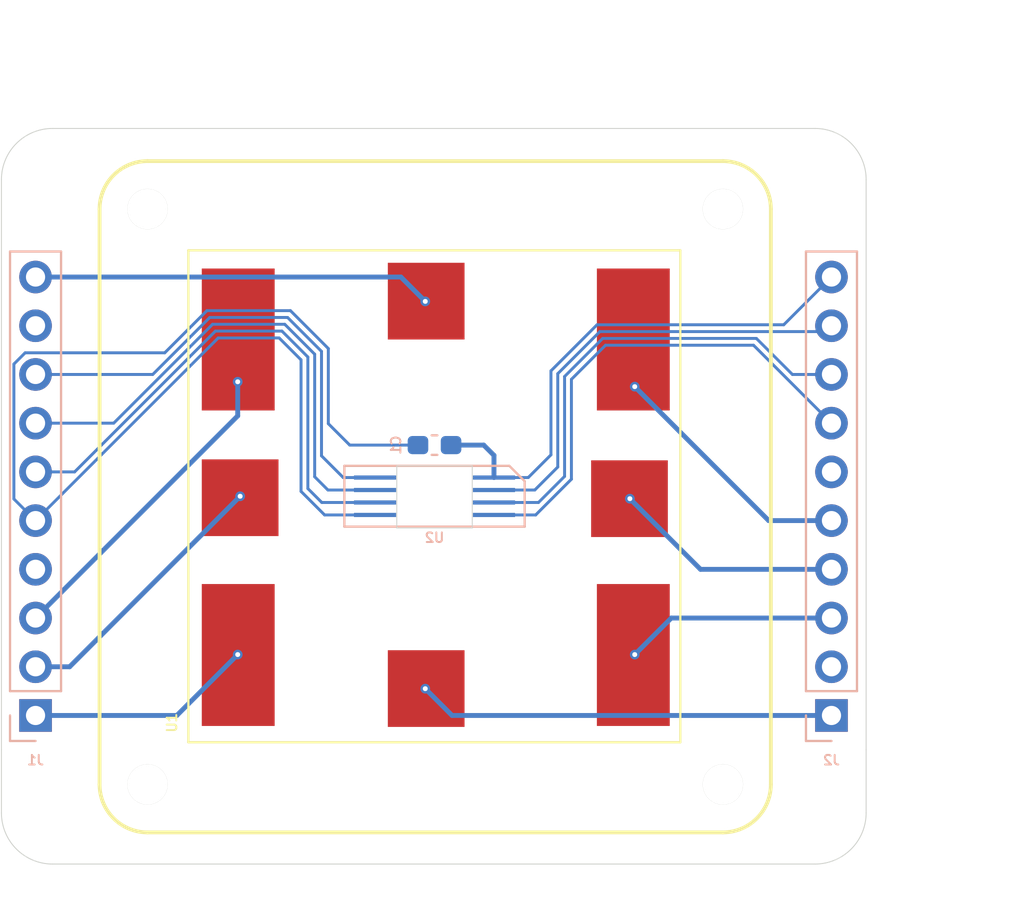
<source format=kicad_pcb>
(kicad_pcb (version 20171130) (host pcbnew "(5.1.10)-1")

  (general
    (thickness 1.6)
    (drawings 35)
    (tracks 89)
    (zones 0)
    (modules 9)
    (nets 21)
  )

  (page A4)
  (title_block
    (title "Perovskite Cell Holder")
    (date 2023-05-11)
    (rev A)
    (company "Aerospace eXperimental Payloads | UNL Aerospace Club")
    (comment 1 "Copyright (c) 2023")
    (comment 2 "Designer: WSA")
    (comment 3 "Reviewer: WSA")
    (comment 4 "Approved: WSA")
  )

  (layers
    (0 F.Cu signal)
    (31 B.Cu signal)
    (32 B.Adhes user)
    (33 F.Adhes user)
    (34 B.Paste user)
    (35 F.Paste user)
    (36 B.SilkS user)
    (37 F.SilkS user)
    (38 B.Mask user)
    (39 F.Mask user)
    (40 Dwgs.User user)
    (41 Cmts.User user)
    (42 Eco1.User user)
    (43 Eco2.User user)
    (44 Edge.Cuts user)
    (45 Margin user)
    (46 B.CrtYd user)
    (47 F.CrtYd user)
    (48 B.Fab user hide)
    (49 F.Fab user hide)
  )

  (setup
    (last_trace_width 0.1524)
    (user_trace_width 0.1524)
    (user_trace_width 0.254)
    (trace_clearance 0.2032)
    (zone_clearance 0.508)
    (zone_45_only no)
    (trace_min 0.1524)
    (via_size 0.508)
    (via_drill 0.254)
    (via_min_size 0.508)
    (via_min_drill 0.254)
    (uvia_size 0.3)
    (uvia_drill 0.1)
    (uvias_allowed no)
    (uvia_min_size 0.2)
    (uvia_min_drill 0.1)
    (edge_width 0.05)
    (segment_width 0.2)
    (pcb_text_width 0.3)
    (pcb_text_size 1.5 1.5)
    (mod_edge_width 0.1)
    (mod_text_size 0.5 0.5)
    (mod_text_width 0.1)
    (pad_size 1.524 1.524)
    (pad_drill 0.762)
    (pad_to_mask_clearance 0)
    (aux_axis_origin 0 0)
    (visible_elements 7FFFFFFF)
    (pcbplotparams
      (layerselection 0x011fc_ffffffff)
      (usegerberextensions false)
      (usegerberattributes true)
      (usegerberadvancedattributes true)
      (creategerberjobfile true)
      (excludeedgelayer true)
      (linewidth 0.100000)
      (plotframeref true)
      (viasonmask false)
      (mode 1)
      (useauxorigin false)
      (hpglpennumber 1)
      (hpglpenspeed 20)
      (hpglpendiameter 15.000000)
      (psnegative false)
      (psa4output false)
      (plotreference true)
      (plotvalue false)
      (plotinvisibletext false)
      (padsonsilk false)
      (subtractmaskfromsilk false)
      (outputformat 4)
      (mirror false)
      (drillshape 0)
      (scaleselection 1)
      (outputdirectory "Renders/"))
  )

  (net 0 "")
  (net 1 "Net-(J1-Pad9)")
  (net 2 "Net-(J1-Pad4)")
  (net 3 "Net-(J2-Pad6)")
  (net 4 "Net-(J2-Pad2)")
  (net 5 GND)
  (net 6 +3V3)
  (net 7 COMMON_2)
  (net 8 SDA)
  (net 9 SCL)
  (net 10 ALERT)
  (net 11 CELL_3)
  (net 12 CELL_2)
  (net 13 CELL_1)
  (net 14 A0)
  (net 15 A1)
  (net 16 A2)
  (net 17 CELL_4)
  (net 18 CELL_5)
  (net 19 CELL_6)
  (net 20 COMMON_1)

  (net_class Default "This is the default net class."
    (clearance 0.2032)
    (trace_width 0.1524)
    (via_dia 0.508)
    (via_drill 0.254)
    (uvia_dia 0.3)
    (uvia_drill 0.1)
    (add_net +3V3)
    (add_net A0)
    (add_net A1)
    (add_net A2)
    (add_net ALERT)
    (add_net CELL_1)
    (add_net CELL_2)
    (add_net CELL_3)
    (add_net CELL_4)
    (add_net CELL_5)
    (add_net CELL_6)
    (add_net COMMON_1)
    (add_net COMMON_2)
    (add_net GND)
    (add_net "Net-(J1-Pad4)")
    (add_net "Net-(J1-Pad9)")
    (add_net "Net-(J2-Pad2)")
    (add_net "Net-(J2-Pad6)")
    (add_net SCL)
    (add_net SDA)
  )

  (module MountingHole:MountingHole_2.1mm (layer F.Cu) (tedit 5B924765) (tstamp 645C6EBC)
    (at 170.205004 82.816 90)
    (descr "Mounting Hole 2.1mm, no annular")
    (tags "mounting hole 2.1mm no annular")
    (attr virtual)
    (fp_text reference REF** (at 0 -3.2 90) (layer F.SilkS) hide
      (effects (font (size 1 1) (thickness 0.15)))
    )
    (fp_text value MountingHole_2.1mm (at 0 3.2 90) (layer F.Fab)
      (effects (font (size 1 1) (thickness 0.15)))
    )
    (fp_circle (center 0 0) (end 2.35 0) (layer F.CrtYd) (width 0.05))
    (fp_circle (center 0 0) (end 2.1 0) (layer Cmts.User) (width 0.15))
    (fp_text user %R (at 0.3 0 90) (layer F.Fab)
      (effects (font (size 1 1) (thickness 0.15)))
    )
    (pad "" np_thru_hole circle (at 0 0 90) (size 2.1 2.1) (drill 2.1) (layers *.Cu *.Mask))
  )

  (module MountingHole:MountingHole_2.1mm (layer F.Cu) (tedit 5B924765) (tstamp 645C6E7C)
    (at 140.205004 82.816 90)
    (descr "Mounting Hole 2.1mm, no annular")
    (tags "mounting hole 2.1mm no annular")
    (attr virtual)
    (fp_text reference REF** (at 0 -3.2 90) (layer F.SilkS) hide
      (effects (font (size 1 1) (thickness 0.15)))
    )
    (fp_text value MountingHole_2.1mm (at 0 3.2 90) (layer F.Fab)
      (effects (font (size 1 1) (thickness 0.15)))
    )
    (fp_circle (center 0 0) (end 2.35 0) (layer F.CrtYd) (width 0.05))
    (fp_circle (center 0 0) (end 2.1 0) (layer Cmts.User) (width 0.15))
    (fp_text user %R (at 0.3 0 90) (layer F.Fab)
      (effects (font (size 1 1) (thickness 0.15)))
    )
    (pad "" np_thru_hole circle (at 0 0 90) (size 2.1 2.1) (drill 2.1) (layers *.Cu *.Mask))
  )

  (module MountingHole:MountingHole_2.1mm (layer F.Cu) (tedit 5B924765) (tstamp 645C6E25)
    (at 170.205004 112.816 90)
    (descr "Mounting Hole 2.1mm, no annular")
    (tags "mounting hole 2.1mm no annular")
    (attr virtual)
    (fp_text reference REF** (at 0 -3.2 90) (layer F.SilkS) hide
      (effects (font (size 1 1) (thickness 0.15)))
    )
    (fp_text value MountingHole_2.1mm (at 0 3.2 90) (layer F.Fab)
      (effects (font (size 1 1) (thickness 0.15)))
    )
    (fp_circle (center 0 0) (end 2.35 0) (layer F.CrtYd) (width 0.05))
    (fp_circle (center 0 0) (end 2.1 0) (layer Cmts.User) (width 0.15))
    (fp_text user %R (at 0.3 0 90) (layer F.Fab)
      (effects (font (size 1 1) (thickness 0.15)))
    )
    (pad "" np_thru_hole circle (at 0 0 90) (size 2.1 2.1) (drill 2.1) (layers *.Cu *.Mask))
  )

  (module MountingHole:MountingHole_2.1mm (layer F.Cu) (tedit 5B924765) (tstamp 645C6DB0)
    (at 140.205004 112.816 90)
    (descr "Mounting Hole 2.1mm, no annular")
    (tags "mounting hole 2.1mm no annular")
    (attr virtual)
    (fp_text reference REF** (at 0 -3.2 90) (layer F.SilkS) hide
      (effects (font (size 1 1) (thickness 0.15)))
    )
    (fp_text value MountingHole_2.1mm (at 0 3.2 90) (layer F.Fab)
      (effects (font (size 1 1) (thickness 0.15)))
    )
    (fp_circle (center 0 0) (end 2.35 0) (layer F.CrtYd) (width 0.05))
    (fp_circle (center 0 0) (end 2.1 0) (layer Cmts.User) (width 0.15))
    (fp_text user %R (at 0.3 0 90) (layer F.Fab)
      (effects (font (size 1 1) (thickness 0.15)))
    )
    (pad "" np_thru_hole circle (at 0 0 90) (size 2.1 2.1) (drill 2.1) (layers *.Cu *.Mask))
  )

  (module Perovskite:Perovskite (layer F.Cu) (tedit 644D0E2C) (tstamp 644CED2C)
    (at 142.334 110.617 90)
    (path /644C9095)
    (fp_text reference U1 (at 1.016 -0.856 90) (layer F.SilkS)
      (effects (font (size 0.5 0.5) (thickness 0.1)))
    )
    (fp_text value Perovskite_CP_6_Cell (at 0 -0.5 90) (layer F.Fab)
      (effects (font (size 1 1) (thickness 0.15)))
    )
    (fp_line (start 0 25.65) (end 25.65 0) (layer Dwgs.User) (width 0.12))
    (fp_line (start 0 0) (end 25.65 25.65) (layer Dwgs.User) (width 0.12))
    (fp_line (start 0 0) (end 0 25.65) (layer F.SilkS) (width 0.12))
    (fp_line (start 25.65 0) (end 25.65 25.65) (layer F.SilkS) (width 0.12))
    (fp_line (start 0 25.65) (end 25.65 25.65) (layer F.SilkS) (width 0.12))
    (fp_line (start 0 0) (end 25.65 0) (layer F.SilkS) (width 0.12))
    (pad 8 smd rect (at 23 12.4 90) (size 4 4) (layers F.Cu F.Paste F.Mask)
      (net 7 COMMON_2))
    (pad 7 smd rect (at 2.8 12.4 90) (size 4 4) (layers F.Cu F.Paste F.Mask)
      (net 20 COMMON_1))
    (pad 5 smd rect (at 12.7 23 90) (size 4 4) (layers F.Cu F.Paste F.Mask)
      (net 18 CELL_5))
    (pad 2 smd rect (at 12.75 2.7 90) (size 4 4) (layers F.Cu F.Paste F.Mask)
      (net 12 CELL_2))
    (pad 6 smd rect (at 4.55 23.2 90) (size 7.4 3.8) (layers F.Cu F.Paste F.Mask)
      (net 19 CELL_6))
    (pad 4 smd rect (at 21 23.2 90) (size 7.4 3.8) (layers F.Cu F.Paste F.Mask)
      (net 17 CELL_4))
    (pad 3 smd rect (at 21 2.6 90) (size 7.4 3.8) (layers F.Cu F.Paste F.Mask)
      (net 11 CELL_3))
    (pad 1 smd rect (at 4.55 2.6 90) (size 7.4 3.8) (layers F.Cu F.Paste F.Mask)
      (net 13 CELL_1))
  )

  (module Capacitor_SMD:C_0603_1608Metric_Pad1.08x0.95mm_HandSolder (layer B.Cu) (tedit 5F68FEEF) (tstamp 644D0B92)
    (at 155.1686 95.123 180)
    (descr "Capacitor SMD 0603 (1608 Metric), square (rectangular) end terminal, IPC_7351 nominal with elongated pad for handsoldering. (Body size source: IPC-SM-782 page 76, https://www.pcb-3d.com/wordpress/wp-content/uploads/ipc-sm-782a_amendment_1_and_2.pdf), generated with kicad-footprint-generator")
    (tags "capacitor handsolder")
    (path /644D8A24)
    (attr smd)
    (fp_text reference C1 (at 2.0066 0 270) (layer B.SilkS)
      (effects (font (size 0.5 0.5) (thickness 0.1)) (justify mirror))
    )
    (fp_text value 0.1u (at 0 -1.43) (layer B.Fab)
      (effects (font (size 1 1) (thickness 0.15)) (justify mirror))
    )
    (fp_line (start 1.65 -0.73) (end -1.65 -0.73) (layer B.CrtYd) (width 0.05))
    (fp_line (start 1.65 0.73) (end 1.65 -0.73) (layer B.CrtYd) (width 0.05))
    (fp_line (start -1.65 0.73) (end 1.65 0.73) (layer B.CrtYd) (width 0.05))
    (fp_line (start -1.65 -0.73) (end -1.65 0.73) (layer B.CrtYd) (width 0.05))
    (fp_line (start -0.146267 -0.51) (end 0.146267 -0.51) (layer B.SilkS) (width 0.12))
    (fp_line (start -0.146267 0.51) (end 0.146267 0.51) (layer B.SilkS) (width 0.12))
    (fp_line (start 0.8 -0.4) (end -0.8 -0.4) (layer B.Fab) (width 0.1))
    (fp_line (start 0.8 0.4) (end 0.8 -0.4) (layer B.Fab) (width 0.1))
    (fp_line (start -0.8 0.4) (end 0.8 0.4) (layer B.Fab) (width 0.1))
    (fp_line (start -0.8 -0.4) (end -0.8 0.4) (layer B.Fab) (width 0.1))
    (fp_text user %R (at 0 0) (layer B.Fab)
      (effects (font (size 0.4 0.4) (thickness 0.06)) (justify mirror))
    )
    (pad 2 smd roundrect (at 0.8625 0 180) (size 1.075 0.95) (layers B.Cu B.Paste B.Mask) (roundrect_rratio 0.25)
      (net 5 GND))
    (pad 1 smd roundrect (at -0.8625 0 180) (size 1.075 0.95) (layers B.Cu B.Paste B.Mask) (roundrect_rratio 0.25)
      (net 6 +3V3))
    (model ${KISYS3DMOD}/Capacitor_SMD.3dshapes/C_0603_1608Metric.wrl
      (at (xyz 0 0 0))
      (scale (xyz 1 1 1))
      (rotate (xyz 0 0 0))
    )
  )

  (module Connector_PinHeader_2.54mm:PinHeader_1x10_P2.54mm_Vertical (layer B.Cu) (tedit 59FED5CC) (tstamp 644CF0D5)
    (at 175.866 109.22)
    (descr "Through hole straight pin header, 1x10, 2.54mm pitch, single row")
    (tags "Through hole pin header THT 1x10 2.54mm single row")
    (path /644CEC70)
    (fp_text reference J2 (at 0 2.33 180) (layer B.SilkS)
      (effects (font (size 0.5 0.5) (thickness 0.1)) (justify mirror))
    )
    (fp_text value Conn_01x10_Male (at 0 -25.19 180) (layer B.Fab)
      (effects (font (size 1 1) (thickness 0.15)) (justify mirror))
    )
    (fp_line (start 1.8 1.8) (end -1.8 1.8) (layer B.CrtYd) (width 0.05))
    (fp_line (start 1.8 -24.65) (end 1.8 1.8) (layer B.CrtYd) (width 0.05))
    (fp_line (start -1.8 -24.65) (end 1.8 -24.65) (layer B.CrtYd) (width 0.05))
    (fp_line (start -1.8 1.8) (end -1.8 -24.65) (layer B.CrtYd) (width 0.05))
    (fp_line (start -1.33 1.33) (end 0 1.33) (layer B.SilkS) (width 0.12))
    (fp_line (start -1.33 0) (end -1.33 1.33) (layer B.SilkS) (width 0.12))
    (fp_line (start -1.33 -1.27) (end 1.33 -1.27) (layer B.SilkS) (width 0.12))
    (fp_line (start 1.33 -1.27) (end 1.33 -24.19) (layer B.SilkS) (width 0.12))
    (fp_line (start -1.33 -1.27) (end -1.33 -24.19) (layer B.SilkS) (width 0.12))
    (fp_line (start -1.33 -24.19) (end 1.33 -24.19) (layer B.SilkS) (width 0.12))
    (fp_line (start -1.27 0.635) (end -0.635 1.27) (layer B.Fab) (width 0.1))
    (fp_line (start -1.27 -24.13) (end -1.27 0.635) (layer B.Fab) (width 0.1))
    (fp_line (start 1.27 -24.13) (end -1.27 -24.13) (layer B.Fab) (width 0.1))
    (fp_line (start 1.27 1.27) (end 1.27 -24.13) (layer B.Fab) (width 0.1))
    (fp_line (start -0.635 1.27) (end 1.27 1.27) (layer B.Fab) (width 0.1))
    (fp_text user %R (at 0 -11.43 -270) (layer B.Fab)
      (effects (font (size 1 1) (thickness 0.15)) (justify mirror))
    )
    (pad 10 thru_hole oval (at 0 -22.86) (size 1.7 1.7) (drill 1) (layers *.Cu *.Mask)
      (net 6 +3V3))
    (pad 9 thru_hole oval (at 0 -20.32) (size 1.7 1.7) (drill 1) (layers *.Cu *.Mask)
      (net 14 A0))
    (pad 8 thru_hole oval (at 0 -17.78) (size 1.7 1.7) (drill 1) (layers *.Cu *.Mask)
      (net 15 A1))
    (pad 7 thru_hole oval (at 0 -15.24) (size 1.7 1.7) (drill 1) (layers *.Cu *.Mask)
      (net 16 A2))
    (pad 6 thru_hole oval (at 0 -12.7) (size 1.7 1.7) (drill 1) (layers *.Cu *.Mask)
      (net 3 "Net-(J2-Pad6)"))
    (pad 5 thru_hole oval (at 0 -10.16) (size 1.7 1.7) (drill 1) (layers *.Cu *.Mask)
      (net 17 CELL_4))
    (pad 4 thru_hole oval (at 0 -7.62) (size 1.7 1.7) (drill 1) (layers *.Cu *.Mask)
      (net 18 CELL_5))
    (pad 3 thru_hole oval (at 0 -5.08) (size 1.7 1.7) (drill 1) (layers *.Cu *.Mask)
      (net 19 CELL_6))
    (pad 2 thru_hole oval (at 0 -2.54) (size 1.7 1.7) (drill 1) (layers *.Cu *.Mask)
      (net 4 "Net-(J2-Pad2)"))
    (pad 1 thru_hole rect (at 0 0) (size 1.7 1.7) (drill 1) (layers *.Cu *.Mask)
      (net 20 COMMON_1))
    (model ${KISYS3DMOD}/Connector_PinHeader_2.54mm.3dshapes/PinHeader_1x10_P2.54mm_Vertical.wrl
      (at (xyz 0 0 0))
      (scale (xyz 1 1 1))
      (rotate (xyz 0 0 0))
    )
  )

  (module Connector_PinHeader_2.54mm:PinHeader_1x10_P2.54mm_Vertical (layer B.Cu) (tedit 59FED5CC) (tstamp 644D0790)
    (at 134.366 109.22)
    (descr "Through hole straight pin header, 1x10, 2.54mm pitch, single row")
    (tags "Through hole pin header THT 1x10 2.54mm single row")
    (path /644CE009)
    (fp_text reference J1 (at 0 2.33 180) (layer B.SilkS)
      (effects (font (size 0.5 0.5) (thickness 0.1)) (justify mirror))
    )
    (fp_text value Conn_01x10_Male (at 0 -25.19 180) (layer B.Fab)
      (effects (font (size 1 1) (thickness 0.15)) (justify mirror))
    )
    (fp_line (start 1.8 1.8) (end -1.8 1.8) (layer B.CrtYd) (width 0.05))
    (fp_line (start 1.8 -24.65) (end 1.8 1.8) (layer B.CrtYd) (width 0.05))
    (fp_line (start -1.8 -24.65) (end 1.8 -24.65) (layer B.CrtYd) (width 0.05))
    (fp_line (start -1.8 1.8) (end -1.8 -24.65) (layer B.CrtYd) (width 0.05))
    (fp_line (start -1.33 1.33) (end 0 1.33) (layer B.SilkS) (width 0.12))
    (fp_line (start -1.33 0) (end -1.33 1.33) (layer B.SilkS) (width 0.12))
    (fp_line (start -1.33 -1.27) (end 1.33 -1.27) (layer B.SilkS) (width 0.12))
    (fp_line (start 1.33 -1.27) (end 1.33 -24.19) (layer B.SilkS) (width 0.12))
    (fp_line (start -1.33 -1.27) (end -1.33 -24.19) (layer B.SilkS) (width 0.12))
    (fp_line (start -1.33 -24.19) (end 1.33 -24.19) (layer B.SilkS) (width 0.12))
    (fp_line (start -1.27 0.635) (end -0.635 1.27) (layer B.Fab) (width 0.1))
    (fp_line (start -1.27 -24.13) (end -1.27 0.635) (layer B.Fab) (width 0.1))
    (fp_line (start 1.27 -24.13) (end -1.27 -24.13) (layer B.Fab) (width 0.1))
    (fp_line (start 1.27 1.27) (end 1.27 -24.13) (layer B.Fab) (width 0.1))
    (fp_line (start -0.635 1.27) (end 1.27 1.27) (layer B.Fab) (width 0.1))
    (fp_text user %R (at 0 -11.43 -270) (layer B.Fab)
      (effects (font (size 1 1) (thickness 0.15)) (justify mirror))
    )
    (pad 10 thru_hole oval (at 0 -22.86) (size 1.7 1.7) (drill 1) (layers *.Cu *.Mask)
      (net 7 COMMON_2))
    (pad 9 thru_hole oval (at 0 -20.32) (size 1.7 1.7) (drill 1) (layers *.Cu *.Mask)
      (net 1 "Net-(J1-Pad9)"))
    (pad 8 thru_hole oval (at 0 -17.78) (size 1.7 1.7) (drill 1) (layers *.Cu *.Mask)
      (net 8 SDA))
    (pad 7 thru_hole oval (at 0 -15.24) (size 1.7 1.7) (drill 1) (layers *.Cu *.Mask)
      (net 9 SCL))
    (pad 6 thru_hole oval (at 0 -12.7) (size 1.7 1.7) (drill 1) (layers *.Cu *.Mask)
      (net 10 ALERT))
    (pad 5 thru_hole oval (at 0 -10.16) (size 1.7 1.7) (drill 1) (layers *.Cu *.Mask)
      (net 5 GND))
    (pad 4 thru_hole oval (at 0 -7.62) (size 1.7 1.7) (drill 1) (layers *.Cu *.Mask)
      (net 2 "Net-(J1-Pad4)"))
    (pad 3 thru_hole oval (at 0 -5.08) (size 1.7 1.7) (drill 1) (layers *.Cu *.Mask)
      (net 11 CELL_3))
    (pad 2 thru_hole oval (at 0 -2.54) (size 1.7 1.7) (drill 1) (layers *.Cu *.Mask)
      (net 12 CELL_2))
    (pad 1 thru_hole rect (at 0 0) (size 1.7 1.7) (drill 1) (layers *.Cu *.Mask)
      (net 13 CELL_1))
    (model ${KISYS3DMOD}/Connector_PinHeader_2.54mm.3dshapes/PinHeader_1x10_P2.54mm_Vertical.wrl
      (at (xyz 0 0 0))
      (scale (xyz 1 1 1))
      (rotate (xyz 0 0 0))
    )
  )

  (module MCP9804_Custom:MCP9804_With_Hole (layer B.Cu) (tedit 636C7334) (tstamp 644CED45)
    (at 155.1686 97.79 180)
    (path /644CC35C)
    (attr smd)
    (fp_text reference U2 (at 0 -2.159) (layer B.SilkS)
      (effects (font (size 0.5 0.5) (thickness 0.1)) (justify mirror))
    )
    (fp_text value MCP9808_MSOP (at 0 3.81) (layer B.Fab)
      (effects (font (size 1 1) (thickness 0.15)) (justify mirror))
    )
    (fp_line (start 2 1.6) (end 2 -1.6) (layer Eco1.User) (width 0.12))
    (fp_line (start -2 -1.6) (end 2 -1.6) (layer Eco1.User) (width 0.12))
    (fp_line (start -2 1.6) (end -2 -1.6) (layer Eco1.User) (width 0.12))
    (fp_line (start -2 1.6) (end 2 1.6) (layer Eco1.User) (width 0.12))
    (fp_line (start -4.45 1.34) (end 4.45 1.34) (layer B.CrtYd) (width 0.05))
    (fp_line (start -4.45 -1.34) (end -4.45 1.34) (layer B.CrtYd) (width 0.05))
    (fp_line (start 4.45 -1.34) (end -4.45 -1.34) (layer B.CrtYd) (width 0.05))
    (fp_line (start 4.45 1.34) (end 4.45 -1.34) (layer B.CrtYd) (width 0.05))
    (fp_line (start -4.7 -1.585) (end -4.7 0.785) (layer B.SilkS) (width 0.12))
    (fp_line (start 4.7 -1.585) (end -4.7 -1.585) (layer B.SilkS) (width 0.12))
    (fp_line (start 4.7 1.585) (end 4.7 -1.585) (layer B.SilkS) (width 0.12))
    (fp_line (start -3.9 1.585) (end 4.7 1.585) (layer B.SilkS) (width 0.12))
    (fp_line (start -4.7 0.785) (end -3.9 1.585) (layer B.SilkS) (width 0.12))
    (pad 5 smd rect (at -3.1 -0.975 270) (size 0.22 2.2) (layers B.Cu B.Paste B.Mask)
      (net 16 A2))
    (pad 4 smd rect (at 3.1 -0.975 270) (size 0.22 2.2) (layers B.Cu B.Paste B.Mask)
      (net 5 GND))
    (pad 6 smd rect (at -3.1 -0.325 270) (size 0.22 2.2) (layers B.Cu B.Paste B.Mask)
      (net 15 A1))
    (pad 3 smd rect (at 3.1 -0.325 270) (size 0.22 2.2) (layers B.Cu B.Paste B.Mask)
      (net 10 ALERT))
    (pad 7 smd rect (at -3.1 0.325 270) (size 0.22 2.2) (layers B.Cu B.Paste B.Mask)
      (net 14 A0))
    (pad 2 smd rect (at 3.1 0.325 270) (size 0.22 2.2) (layers B.Cu B.Paste B.Mask)
      (net 9 SCL))
    (pad 8 smd rect (at -3.1 0.975 270) (size 0.22 2.2) (layers B.Cu B.Paste B.Mask)
      (net 6 +3V3))
    (pad 1 smd rect (at 3.1 0.975 270) (size 0.22 2.2) (layers B.Cu B.Paste B.Mask)
      (net 8 SDA))
  )

  (dimension 7.747001 (width 0.15) (layer Dwgs.User)
    (gr_text "7.747 mm" (at 182.247892 113.090535 270.0266251) (layer Dwgs.User)
      (effects (font (size 1 1) (thickness 0.15)))
    )
    (feature1 (pts (xy 175.8696 116.967) (xy 181.536113 116.964367)))
    (feature2 (pts (xy 175.866 109.22) (xy 181.532513 109.217367)))
    (crossbar (pts (xy 180.946092 109.217639) (xy 180.949692 116.964639)))
    (arrow1a (pts (xy 180.949692 116.964639) (xy 180.362748 115.838408)))
    (arrow1b (pts (xy 180.949692 116.964639) (xy 181.535589 115.837863)))
    (arrow2a (pts (xy 180.946092 109.217639) (xy 180.360195 110.344415)))
    (arrow2b (pts (xy 180.946092 109.217639) (xy 181.533036 110.34387)))
  )
  (dimension 45.085 (width 0.15) (layer Dwgs.User)
    (gr_text "45.085 mm" (at 155.1305 72.614) (layer Dwgs.User)
      (effects (font (size 1 1) (thickness 0.15)))
    )
    (feature1 (pts (xy 132.588 81.28) (xy 132.588 73.327579)))
    (feature2 (pts (xy 177.673 81.28) (xy 177.673 73.327579)))
    (crossbar (pts (xy 177.673 73.914) (xy 132.588 73.914)))
    (arrow1a (pts (xy 132.588 73.914) (xy 133.714504 73.327579)))
    (arrow1b (pts (xy 132.588 73.914) (xy 133.714504 74.500421)))
    (arrow2a (pts (xy 177.673 73.914) (xy 176.546496 73.327579)))
    (arrow2b (pts (xy 177.673 73.914) (xy 176.546496 74.500421)))
  )
  (dimension 38.354 (width 0.15) (layer Dwgs.User)
    (gr_text "38.354 mm" (at 180.497 97.79 270) (layer Dwgs.User)
      (effects (font (size 1 1) (thickness 0.15)))
    )
    (feature1 (pts (xy 175.006 116.967) (xy 179.783421 116.967)))
    (feature2 (pts (xy 175.006 78.613) (xy 179.783421 78.613)))
    (crossbar (pts (xy 179.197 78.613) (xy 179.197 116.967)))
    (arrow1a (pts (xy 179.197 116.967) (xy 178.610579 115.840496)))
    (arrow1b (pts (xy 179.197 116.967) (xy 179.783421 115.840496)))
    (arrow2a (pts (xy 179.197 78.613) (xy 178.610579 79.739504)))
    (arrow2b (pts (xy 179.197 78.613) (xy 179.783421 79.739504)))
  )
  (dimension 30 (width 0.15) (layer Dwgs.User)
    (gr_text "30.000 mm" (at 155.205004 75.408) (layer Dwgs.User)
      (effects (font (size 1 1) (thickness 0.15)))
    )
    (feature1 (pts (xy 170.205004 82.816) (xy 170.205004 76.121579)))
    (feature2 (pts (xy 140.205004 82.816) (xy 140.205004 76.121579)))
    (crossbar (pts (xy 140.205004 76.708) (xy 170.205004 76.708)))
    (arrow1a (pts (xy 170.205004 76.708) (xy 169.0785 77.294421)))
    (arrow1b (pts (xy 170.205004 76.708) (xy 169.0785 76.121579)))
    (arrow2a (pts (xy 140.205004 76.708) (xy 141.331508 77.294421)))
    (arrow2b (pts (xy 140.205004 76.708) (xy 141.331508 76.121579)))
  )
  (dimension 41.5 (width 0.15) (layer Dwgs.User)
    (gr_text "41.500 mm" (at 155.116 119.918) (layer Dwgs.User)
      (effects (font (size 1 1) (thickness 0.15)))
    )
    (feature1 (pts (xy 175.866 109.22) (xy 175.866 119.204421)))
    (feature2 (pts (xy 134.366 109.22) (xy 134.366 119.204421)))
    (crossbar (pts (xy 134.366 118.618) (xy 175.866 118.618)))
    (arrow1a (pts (xy 175.866 118.618) (xy 174.739496 119.204421)))
    (arrow1b (pts (xy 175.866 118.618) (xy 174.739496 118.031579)))
    (arrow2a (pts (xy 134.366 118.618) (xy 135.492504 119.204421)))
    (arrow2b (pts (xy 134.366 118.618) (xy 135.492504 118.031579)))
  )
  (gr_arc (start 175.006 114.3) (end 175.006 116.967) (angle -90) (layer Edge.Cuts) (width 0.05) (tstamp 644D1299))
  (gr_arc (start 175.006 81.28) (end 177.673 81.28) (angle -90) (layer Edge.Cuts) (width 0.05) (tstamp 644D1299))
  (gr_arc (start 135.255 81.28) (end 135.255 78.613) (angle -90) (layer Edge.Cuts) (width 0.05) (tstamp 644D1299))
  (gr_arc (start 135.255 114.3) (end 132.588 114.3) (angle -90) (layer Edge.Cuts) (width 0.05))
  (gr_line (start 135.255 116.967) (end 175.006 116.967) (layer Edge.Cuts) (width 0.05) (tstamp 644D08DF))
  (gr_line (start 132.588 110.998) (end 132.588 114.3) (layer Edge.Cuts) (width 0.05) (tstamp 644D08D8))
  (gr_line (start 177.673 110.998) (end 177.673 114.3) (layer Edge.Cuts) (width 0.05))
  (gr_line (start 177.673 81.28) (end 177.673 110.998) (layer Edge.Cuts) (width 0.05))
  (gr_line (start 135.255 78.613) (end 175.006 78.613) (layer Edge.Cuts) (width 0.05))
  (gr_line (start 132.588 110.998) (end 132.588 81.28) (layer Edge.Cuts) (width 0.05))
  (gr_line (start 157.1371 96.2025) (end 157.1371 99.441) (layer Edge.Cuts) (width 0.05) (tstamp 644CF218))
  (gr_line (start 153.2001 96.2025) (end 157.1371 96.2025) (layer Edge.Cuts) (width 0.05))
  (gr_line (start 153.2001 99.441) (end 153.2001 96.2025) (layer Edge.Cuts) (width 0.05))
  (gr_line (start 157.1371 99.441) (end 153.2001 99.441) (layer Edge.Cuts) (width 0.05))
  (gr_arc (start 140.205004 82.816) (end 140.205004 80.316) (angle -90) (layer F.SilkS) (width 0.2))
  (gr_circle (center 170.205004 82.816) (end 170.205004 81.786) (layer Edge.Cuts) (width 0.05))
  (gr_arc (start 140.205004 112.816) (end 137.705004 112.816) (angle -90) (layer F.SilkS) (width 0.2))
  (gr_line (start 172.705004 112.816) (end 172.705004 82.816) (layer F.SilkS) (width 0.2))
  (gr_arc (start 170.205004 82.816) (end 172.705004 82.816) (angle -90) (layer F.SilkS) (width 0.2))
  (gr_line (start 140.205004 115.316) (end 170.205004 115.316) (layer F.SilkS) (width 0.2))
  (gr_line (start 170.205004 80.316) (end 140.205004 80.316) (layer F.SilkS) (width 0.2))
  (gr_line (start 161.555004 85.116) (end 148.855004 85.116) (layer Dwgs.User) (width 0.2))
  (gr_line (start 167.905004 104.166) (end 167.905004 91.466) (layer Dwgs.User) (width 0.2))
  (gr_circle (center 170.205004 112.816) (end 170.205004 111.786) (layer Edge.Cuts) (width 0.05))
  (gr_arc (start 170.205004 112.816) (end 170.205004 115.316) (angle -90) (layer F.SilkS) (width 0.2))
  (gr_line (start 148.855004 110.516) (end 161.555004 110.516) (layer Dwgs.User) (width 0.2))
  (gr_circle (center 140.205004 82.816) (end 140.205004 81.786) (layer Edge.Cuts) (width 0.05))
  (gr_circle (center 140.205004 112.816) (end 140.205004 111.786) (layer Edge.Cuts) (width 0.05))
  (gr_line (start 137.705004 82.816) (end 137.705004 112.816) (layer F.SilkS) (width 0.2))
  (gr_line (start 142.505004 91.466) (end 142.505004 104.166) (layer Dwgs.User) (width 0.2))

  (via (at 154.686 87.63) (size 0.508) (drill 0.254) (layers F.Cu B.Cu) (net 7))
  (segment (start 153.416 86.36) (end 154.686 87.63) (width 0.254) (layer B.Cu) (net 7))
  (segment (start 134.366 86.36) (end 153.416 86.36) (width 0.254) (layer B.Cu) (net 7))
  (segment (start 152.0686 96.815) (end 150.409 96.815) (width 0.1524) (layer B.Cu) (net 8))
  (segment (start 150.409 96.815) (end 149.275828 95.681828) (width 0.1524) (layer B.Cu) (net 8))
  (segment (start 149.275827 90.236103) (end 147.507892 88.468172) (width 0.1524) (layer B.Cu) (net 8))
  (segment (start 149.275828 95.681828) (end 149.275827 90.236103) (width 0.1524) (layer B.Cu) (net 8))
  (segment (start 147.507892 88.468172) (end 143.449103 88.468173) (width 0.1524) (layer B.Cu) (net 8))
  (segment (start 140.477276 91.44) (end 134.366 91.44) (width 0.1524) (layer B.Cu) (net 8))
  (segment (start 143.449103 88.468173) (end 140.477276 91.44) (width 0.1524) (layer B.Cu) (net 8))
  (segment (start 152.0686 97.465) (end 149.611219 97.465) (width 0.1524) (layer B.Cu) (net 9))
  (segment (start 147.360595 88.823781) (end 143.596402 88.823782) (width 0.1524) (layer B.Cu) (net 9))
  (segment (start 148.920218 90.383402) (end 147.360595 88.823781) (width 0.1524) (layer B.Cu) (net 9))
  (segment (start 148.920218 96.773999) (end 148.920218 90.383402) (width 0.1524) (layer B.Cu) (net 9))
  (segment (start 149.611219 97.465) (end 148.920218 96.773999) (width 0.1524) (layer B.Cu) (net 9))
  (segment (start 138.440184 93.98) (end 134.366 93.98) (width 0.1524) (layer B.Cu) (net 9))
  (segment (start 143.596402 88.823782) (end 138.440184 93.98) (width 0.1524) (layer B.Cu) (net 9))
  (segment (start 152.0686 98.115) (end 149.290908 98.115) (width 0.1524) (layer B.Cu) (net 10))
  (segment (start 149.290908 98.115) (end 148.56461 97.388702) (width 0.1524) (layer B.Cu) (net 10))
  (segment (start 147.213298 89.17939) (end 143.743701 89.179391) (width 0.1524) (layer B.Cu) (net 10))
  (segment (start 148.564609 90.530701) (end 147.213298 89.17939) (width 0.1524) (layer B.Cu) (net 10))
  (segment (start 148.56461 97.388702) (end 148.564609 90.530701) (width 0.1524) (layer B.Cu) (net 10))
  (segment (start 136.403092 96.52) (end 134.366 96.52) (width 0.1524) (layer B.Cu) (net 10))
  (segment (start 143.743701 89.179391) (end 136.403092 96.52) (width 0.1524) (layer B.Cu) (net 10))
  (via (at 144.907 91.821) (size 0.508) (drill 0.254) (layers F.Cu B.Cu) (net 11))
  (segment (start 144.907 93.599) (end 144.907 91.821) (width 0.254) (layer B.Cu) (net 11))
  (segment (start 134.366 104.14) (end 144.907 93.599) (width 0.254) (layer B.Cu) (net 11))
  (via (at 145.034 97.79) (size 0.508) (drill 0.254) (layers F.Cu B.Cu) (net 12))
  (segment (start 136.144 106.68) (end 145.034 97.79) (width 0.254) (layer B.Cu) (net 12))
  (segment (start 134.366 106.68) (end 136.144 106.68) (width 0.254) (layer B.Cu) (net 12))
  (via (at 144.907 106.045) (size 0.508) (drill 0.254) (layers F.Cu B.Cu) (net 13))
  (segment (start 141.732 109.22) (end 144.907 106.045) (width 0.254) (layer B.Cu) (net 13))
  (segment (start 134.366 109.22) (end 141.732 109.22) (width 0.254) (layer B.Cu) (net 13))
  (segment (start 158.2686 97.465) (end 160.395781 97.465) (width 0.1524) (layer B.Cu) (net 14))
  (segment (start 161.594781 96.266) (end 161.594782 91.399402) (width 0.1524) (layer B.Cu) (net 14))
  (segment (start 160.395781 97.465) (end 161.594781 96.266) (width 0.1524) (layer B.Cu) (net 14))
  (segment (start 175.561219 89.204781) (end 175.866 88.9) (width 0.1524) (layer B.Cu) (net 14))
  (segment (start 163.789405 89.204781) (end 175.561219 89.204781) (width 0.1524) (layer B.Cu) (net 14))
  (segment (start 161.594782 91.399402) (end 163.789405 89.204781) (width 0.1524) (layer B.Cu) (net 14))
  (segment (start 158.2686 98.115) (end 160.589092 98.115) (width 0.1524) (layer B.Cu) (net 15))
  (segment (start 161.95039 96.753702) (end 161.950391 91.546701) (width 0.1524) (layer B.Cu) (net 15))
  (segment (start 160.589092 98.115) (end 161.95039 96.753702) (width 0.1524) (layer B.Cu) (net 15))
  (segment (start 163.936702 89.56039) (end 171.949299 89.560391) (width 0.1524) (layer B.Cu) (net 15))
  (segment (start 161.950391 91.546701) (end 163.936702 89.56039) (width 0.1524) (layer B.Cu) (net 15))
  (segment (start 173.828908 91.44) (end 175.866 91.44) (width 0.1524) (layer B.Cu) (net 15))
  (segment (start 171.949299 89.560391) (end 173.828908 91.44) (width 0.1524) (layer B.Cu) (net 15))
  (segment (start 158.2686 98.765) (end 160.442 98.765) (width 0.1524) (layer B.Cu) (net 16))
  (segment (start 160.442 98.765) (end 162.306 96.901) (width 0.1524) (layer B.Cu) (net 16))
  (segment (start 162.306 96.901) (end 162.306 91.694) (width 0.1524) (layer B.Cu) (net 16))
  (segment (start 162.306 91.694) (end 164.084 89.916) (width 0.1524) (layer B.Cu) (net 16))
  (segment (start 171.802 89.916) (end 175.866 93.98) (width 0.1524) (layer B.Cu) (net 16))
  (segment (start 164.084 89.916) (end 171.802 89.916) (width 0.1524) (layer B.Cu) (net 16))
  (via (at 165.608 92.075) (size 0.508) (drill 0.254) (layers F.Cu B.Cu) (net 17))
  (segment (start 172.593 99.06) (end 165.608 92.075) (width 0.254) (layer B.Cu) (net 17))
  (segment (start 175.866 99.06) (end 172.593 99.06) (width 0.254) (layer B.Cu) (net 17))
  (via (at 165.354 97.917) (size 0.508) (drill 0.254) (layers F.Cu B.Cu) (net 18))
  (segment (start 169.037 101.6) (end 165.354 97.917) (width 0.254) (layer B.Cu) (net 18))
  (segment (start 175.866 101.6) (end 169.037 101.6) (width 0.254) (layer B.Cu) (net 18))
  (via (at 165.608 106.045) (size 0.508) (drill 0.254) (layers F.Cu B.Cu) (net 19))
  (segment (start 167.513 104.14) (end 165.608 106.045) (width 0.254) (layer B.Cu) (net 19))
  (segment (start 175.866 104.14) (end 167.513 104.14) (width 0.254) (layer B.Cu) (net 19))
  (via (at 154.686 107.823) (size 0.508) (drill 0.254) (layers F.Cu B.Cu) (net 20))
  (segment (start 156.083 109.22) (end 154.686 107.823) (width 0.254) (layer B.Cu) (net 20))
  (segment (start 175.866 109.22) (end 156.083 109.22) (width 0.254) (layer B.Cu) (net 20))
  (segment (start 152.0686 98.765) (end 149.438 98.765) (width 0.1524) (layer B.Cu) (net 5))
  (segment (start 149.438 98.765) (end 148.209 97.536) (width 0.1524) (layer B.Cu) (net 5))
  (segment (start 148.209 97.536) (end 148.209 90.678) (width 0.1524) (layer B.Cu) (net 5))
  (segment (start 148.209 90.678) (end 147.066 89.535) (width 0.1524) (layer B.Cu) (net 5))
  (segment (start 143.891 89.535) (end 134.366 99.06) (width 0.1524) (layer B.Cu) (net 5))
  (segment (start 147.066 89.535) (end 143.891 89.535) (width 0.1524) (layer B.Cu) (net 5))
  (segment (start 154.3061 95.123) (end 150.749 95.123) (width 0.1524) (layer B.Cu) (net 5))
  (segment (start 150.749 95.123) (end 149.631436 94.005436) (width 0.1524) (layer B.Cu) (net 5))
  (segment (start 149.631435 90.088804) (end 147.655189 88.112563) (width 0.1524) (layer B.Cu) (net 5))
  (segment (start 149.631436 94.005436) (end 149.631435 90.088804) (width 0.1524) (layer B.Cu) (net 5))
  (segment (start 147.655189 88.112563) (end 143.301804 88.112564) (width 0.1524) (layer B.Cu) (net 5))
  (segment (start 133.236599 97.930599) (end 134.366 99.06) (width 0.1524) (layer B.Cu) (net 5))
  (segment (start 133.236599 90.897887) (end 133.236599 97.930599) (width 0.1524) (layer B.Cu) (net 5))
  (segment (start 133.823887 90.310599) (end 133.236599 90.897887) (width 0.1524) (layer B.Cu) (net 5))
  (segment (start 141.103769 90.310599) (end 133.823887 90.310599) (width 0.1524) (layer B.Cu) (net 5))
  (segment (start 143.301804 88.112564) (end 141.103769 90.310599) (width 0.1524) (layer B.Cu) (net 5))
  (segment (start 158.2686 96.815) (end 158.2686 95.6576) (width 0.254) (layer B.Cu) (net 6))
  (segment (start 157.734 95.123) (end 156.0311 95.123) (width 0.254) (layer B.Cu) (net 6))
  (segment (start 158.2686 95.6576) (end 157.734 95.123) (width 0.254) (layer B.Cu) (net 6))
  (segment (start 158.2686 96.815) (end 160.055172 96.815) (width 0.1524) (layer B.Cu) (net 6))
  (segment (start 160.055172 96.815) (end 161.239172 95.631) (width 0.1524) (layer B.Cu) (net 6))
  (segment (start 161.239173 91.252103) (end 163.642107 88.849171) (width 0.1524) (layer B.Cu) (net 6))
  (segment (start 161.239172 95.631) (end 161.239173 91.252103) (width 0.1524) (layer B.Cu) (net 6))
  (segment (start 173.376829 88.849171) (end 175.866 86.36) (width 0.1524) (layer B.Cu) (net 6))
  (segment (start 163.642107 88.849171) (end 173.376829 88.849171) (width 0.1524) (layer B.Cu) (net 6))

  (zone (net 0) (net_name "") (layer F.Mask) (tstamp 64A81C35) (hatch edge 0.508)
    (connect_pads (clearance 0.508))
    (min_thickness 0.254)
    (fill yes (arc_segments 32) (thermal_gap 0.508) (thermal_bridge_width 0.508))
    (polygon
      (pts
        (xy 177.6476 78.613) (xy 177.6476 116.967) (xy 132.5626 116.967) (xy 132.5626 78.613)
      )
    )
    (filled_polygon
      (pts
        (xy 175.951731 78.786312) (xy 176.245417 78.918489) (xy 176.521029 79.085102) (xy 176.774548 79.283722) (xy 177.002278 79.511452)
        (xy 177.200898 79.764971) (xy 177.367511 80.040583) (xy 177.499688 80.334269) (xy 177.5206 80.401378) (xy 177.5206 115.178622)
        (xy 177.499688 115.245731) (xy 177.367511 115.539417) (xy 177.200898 115.815029) (xy 177.002278 116.068548) (xy 176.774548 116.296278)
        (xy 176.521029 116.494898) (xy 176.245417 116.661511) (xy 175.951731 116.793688) (xy 175.803112 116.84) (xy 134.457888 116.84)
        (xy 134.309269 116.793688) (xy 134.015583 116.661511) (xy 133.739971 116.494898) (xy 133.486452 116.296278) (xy 133.258722 116.068548)
        (xy 133.060102 115.815029) (xy 132.893489 115.539417) (xy 132.761312 115.245731) (xy 132.6896 115.015601) (xy 132.6896 112.816)
        (xy 139.175004 112.816) (xy 139.194795 113.016943) (xy 139.253408 113.210164) (xy 139.34859 113.388237) (xy 139.476684 113.54432)
        (xy 139.632767 113.672414) (xy 139.81084 113.767596) (xy 140.004061 113.826209) (xy 140.205004 113.846) (xy 140.405947 113.826209)
        (xy 140.599168 113.767596) (xy 140.777241 113.672414) (xy 140.933324 113.54432) (xy 141.061418 113.388237) (xy 141.1566 113.210164)
        (xy 141.215213 113.016943) (xy 141.235004 112.816) (xy 169.175004 112.816) (xy 169.194795 113.016943) (xy 169.253408 113.210164)
        (xy 169.34859 113.388237) (xy 169.476684 113.54432) (xy 169.632767 113.672414) (xy 169.81084 113.767596) (xy 170.004061 113.826209)
        (xy 170.205004 113.846) (xy 170.405947 113.826209) (xy 170.599168 113.767596) (xy 170.777241 113.672414) (xy 170.933324 113.54432)
        (xy 171.061418 113.388237) (xy 171.1566 113.210164) (xy 171.215213 113.016943) (xy 171.235004 112.816) (xy 171.215213 112.615057)
        (xy 171.1566 112.421836) (xy 171.061418 112.243763) (xy 170.933324 112.08768) (xy 170.777241 111.959586) (xy 170.599168 111.864404)
        (xy 170.405947 111.805791) (xy 170.205004 111.786) (xy 170.004061 111.805791) (xy 169.81084 111.864404) (xy 169.632767 111.959586)
        (xy 169.476684 112.08768) (xy 169.34859 112.243763) (xy 169.253408 112.421836) (xy 169.194795 112.615057) (xy 169.175004 112.816)
        (xy 141.235004 112.816) (xy 141.215213 112.615057) (xy 141.1566 112.421836) (xy 141.061418 112.243763) (xy 140.933324 112.08768)
        (xy 140.777241 111.959586) (xy 140.599168 111.864404) (xy 140.405947 111.805791) (xy 140.205004 111.786) (xy 140.004061 111.805791)
        (xy 139.81084 111.864404) (xy 139.632767 111.959586) (xy 139.476684 112.08768) (xy 139.34859 112.243763) (xy 139.253408 112.421836)
        (xy 139.194795 112.615057) (xy 139.175004 112.816) (xy 132.6896 112.816) (xy 132.6896 96.2025) (xy 153.2001 96.2025)
        (xy 153.2001 99.441) (xy 157.1371 99.441) (xy 157.1371 96.2025) (xy 153.2001 96.2025) (xy 132.6896 96.2025)
        (xy 132.6896 82.816) (xy 139.175004 82.816) (xy 139.194795 83.016943) (xy 139.253408 83.210164) (xy 139.34859 83.388237)
        (xy 139.476684 83.54432) (xy 139.632767 83.672414) (xy 139.81084 83.767596) (xy 140.004061 83.826209) (xy 140.205004 83.846)
        (xy 140.405947 83.826209) (xy 140.599168 83.767596) (xy 140.777241 83.672414) (xy 140.933324 83.54432) (xy 141.061418 83.388237)
        (xy 141.1566 83.210164) (xy 141.215213 83.016943) (xy 141.235004 82.816) (xy 169.175004 82.816) (xy 169.194795 83.016943)
        (xy 169.253408 83.210164) (xy 169.34859 83.388237) (xy 169.476684 83.54432) (xy 169.632767 83.672414) (xy 169.81084 83.767596)
        (xy 170.004061 83.826209) (xy 170.205004 83.846) (xy 170.405947 83.826209) (xy 170.599168 83.767596) (xy 170.777241 83.672414)
        (xy 170.933324 83.54432) (xy 171.061418 83.388237) (xy 171.1566 83.210164) (xy 171.215213 83.016943) (xy 171.235004 82.816)
        (xy 171.215213 82.615057) (xy 171.1566 82.421836) (xy 171.061418 82.243763) (xy 170.933324 82.08768) (xy 170.777241 81.959586)
        (xy 170.599168 81.864404) (xy 170.405947 81.805791) (xy 170.205004 81.786) (xy 170.004061 81.805791) (xy 169.81084 81.864404)
        (xy 169.632767 81.959586) (xy 169.476684 82.08768) (xy 169.34859 82.243763) (xy 169.253408 82.421836) (xy 169.194795 82.615057)
        (xy 169.175004 82.816) (xy 141.235004 82.816) (xy 141.215213 82.615057) (xy 141.1566 82.421836) (xy 141.061418 82.243763)
        (xy 140.933324 82.08768) (xy 140.777241 81.959586) (xy 140.599168 81.864404) (xy 140.405947 81.805791) (xy 140.205004 81.786)
        (xy 140.004061 81.805791) (xy 139.81084 81.864404) (xy 139.632767 81.959586) (xy 139.476684 82.08768) (xy 139.34859 82.243763)
        (xy 139.253408 82.421836) (xy 139.194795 82.615057) (xy 139.175004 82.816) (xy 132.6896 82.816) (xy 132.6896 80.564399)
        (xy 132.761312 80.334269) (xy 132.893489 80.040583) (xy 133.060102 79.764971) (xy 133.258722 79.511452) (xy 133.486452 79.283722)
        (xy 133.739971 79.085102) (xy 134.015583 78.918489) (xy 134.309269 78.786312) (xy 134.457888 78.74) (xy 175.803112 78.74)
      )
    )
  )
)

</source>
